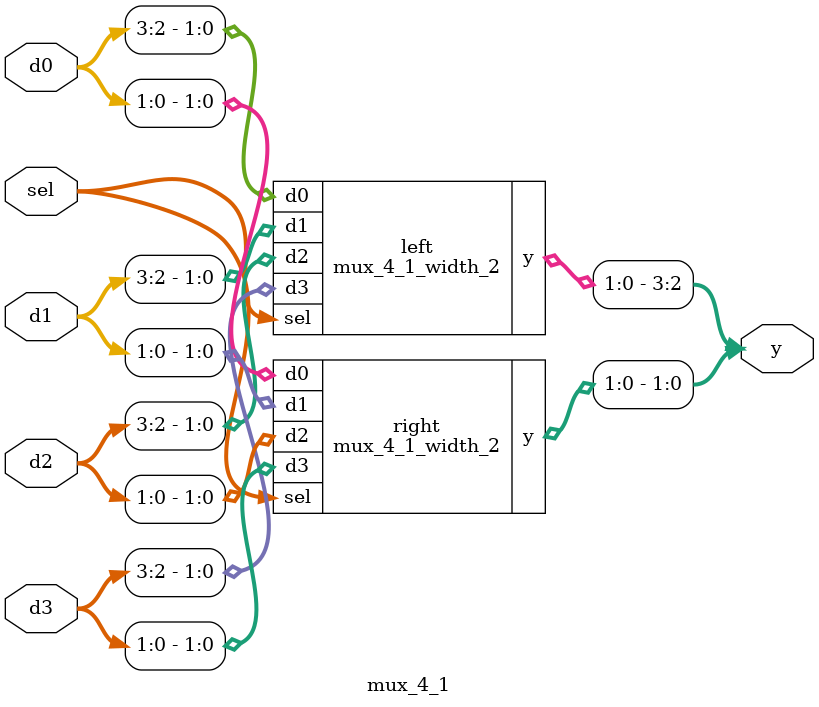
<source format=sv>

module mux_4_1_width_2
(
  input  [1:0] d0, d1, d2, d3,
  input  [1:0] sel,
  output [1:0] y
);

  assign y = sel [1] ? (sel [0] ? d3 : d2)
                     : (sel [0] ? d1 : d0);

endmodule

//----------------------------------------------------------------------------
// Task
//----------------------------------------------------------------------------

module mux_4_1
(
  input  [3:0] d0, d1, d2, d3,
  input  [1:0] sel,
  output [3:0] y
);

  // Task:
  // Implement mux_4_1 with 4-bit data
  // using two instances of mux_4_1_width_2 with 2-bit data

 mux_4_1_width_2 right
(
  .d0(d0[1:0]), 
  .d1(d1[1:0]), 
  .d2(d2[1:0]), 
  .d3(d3[1:0]),
  .sel(sel),
  .y(y[1:0])
);


 mux_4_1_width_2 left
(
 .d0(d0[3:2]), 
  .d1(d1[3:2]), 
  .d2(d2[3:2]), 
  .d3(d3[3:2]),
  .sel(sel),
  .y(y[3:2])
);

  
endmodule

</source>
